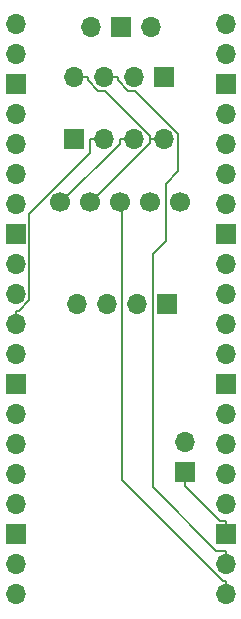
<source format=gbr>
%TF.GenerationSoftware,KiCad,Pcbnew,7.0.11-7.0.11~ubuntu22.04.1*%
%TF.CreationDate,2024-11-24T08:43:31+00:00*%
%TF.ProjectId,PicoController,5069636f-436f-46e7-9472-6f6c6c65722e,rev?*%
%TF.SameCoordinates,Original*%
%TF.FileFunction,Copper,L2,Bot*%
%TF.FilePolarity,Positive*%
%FSLAX46Y46*%
G04 Gerber Fmt 4.6, Leading zero omitted, Abs format (unit mm)*
G04 Created by KiCad (PCBNEW 7.0.11-7.0.11~ubuntu22.04.1) date 2024-11-24 08:43:31*
%MOMM*%
%LPD*%
G01*
G04 APERTURE LIST*
%TA.AperFunction,ComponentPad*%
%ADD10O,1.700000X1.700000*%
%TD*%
%TA.AperFunction,ComponentPad*%
%ADD11R,1.700000X1.700000*%
%TD*%
%TA.AperFunction,ComponentPad*%
%ADD12C,1.700000*%
%TD*%
%TA.AperFunction,Conductor*%
%ADD13C,0.200000*%
%TD*%
G04 APERTURE END LIST*
D10*
%TO.P,Pico1,1,GPIO0*%
%TO.N,Net-(Pico1-GPIO0)*%
X147878800Y-115316000D03*
%TO.P,Pico1,2,GPIO1*%
%TO.N,Net-(JOUT1-Pin_3)*%
X147878800Y-112776000D03*
D11*
%TO.P,Pico1,3,GND*%
%TO.N,Net-(SW1-Pin_1)*%
X147878800Y-110236000D03*
D10*
%TO.P,Pico1,4,GPIO2*%
%TO.N,Net-(Pico1-GPIO2)*%
X147878800Y-107696000D03*
%TO.P,Pico1,5,GPIO3*%
%TO.N,unconnected-(Pico1-GPIO3-Pad5)*%
X147878800Y-105156000D03*
%TO.P,Pico1,6,GPIO4*%
%TO.N,unconnected-(Pico1-GPIO4-Pad6)*%
X147878800Y-102616000D03*
%TO.P,Pico1,7,GPIO5*%
%TO.N,unconnected-(Pico1-GPIO5-Pad7)*%
X147878800Y-100076000D03*
D11*
%TO.P,Pico1,8,GND*%
%TO.N,unconnected-(Pico1-GND-Pad8)*%
X147878800Y-97536000D03*
D10*
%TO.P,Pico1,9,GPIO6*%
%TO.N,unconnected-(Pico1-GPIO6-Pad9)*%
X147878800Y-94996000D03*
%TO.P,Pico1,10,GPIO7*%
%TO.N,unconnected-(Pico1-GPIO7-Pad10)*%
X147878800Y-92456000D03*
%TO.P,Pico1,11,GPIO8*%
%TO.N,unconnected-(Pico1-GPIO8-Pad11)*%
X147878800Y-89916000D03*
%TO.P,Pico1,12,GPIO9*%
%TO.N,unconnected-(Pico1-GPIO9-Pad12)*%
X147878800Y-87376000D03*
D11*
%TO.P,Pico1,13,GND*%
%TO.N,unconnected-(Pico1-GND-Pad13)*%
X147878800Y-84836000D03*
D10*
%TO.P,Pico1,14,GPIO10*%
%TO.N,unconnected-(Pico1-GPIO10-Pad14)*%
X147878800Y-82296000D03*
%TO.P,Pico1,15,GPIO11*%
%TO.N,unconnected-(Pico1-GPIO11-Pad15)*%
X147878800Y-79756000D03*
%TO.P,Pico1,16,GPIO12*%
%TO.N,unconnected-(Pico1-GPIO12-Pad16)*%
X147878800Y-77216000D03*
%TO.P,Pico1,17,GPIO13*%
%TO.N,unconnected-(Pico1-GPIO13-Pad17)*%
X147878800Y-74676000D03*
D11*
%TO.P,Pico1,18,GND*%
%TO.N,unconnected-(Pico1-GND-Pad18)*%
X147878800Y-72136000D03*
D10*
%TO.P,Pico1,19,GPIO14*%
%TO.N,unconnected-(Pico1-GPIO14-Pad19)*%
X147878800Y-69596000D03*
%TO.P,Pico1,20,GPIO15*%
%TO.N,unconnected-(Pico1-GPIO15-Pad20)*%
X147878800Y-67056000D03*
%TO.P,Pico1,21,GPIO16*%
%TO.N,unconnected-(Pico1-GPIO16-Pad21)*%
X130098800Y-67056000D03*
%TO.P,Pico1,22,GPIO17*%
%TO.N,unconnected-(Pico1-GPIO17-Pad22)*%
X130098800Y-69596000D03*
D11*
%TO.P,Pico1,23,GND*%
%TO.N,unconnected-(Pico1-GND-Pad23)*%
X130098800Y-72136000D03*
D10*
%TO.P,Pico1,24,GPIO18*%
%TO.N,unconnected-(Pico1-GPIO18-Pad24)*%
X130098800Y-74676000D03*
%TO.P,Pico1,25,GPIO19*%
%TO.N,unconnected-(Pico1-GPIO19-Pad25)*%
X130098800Y-77216000D03*
%TO.P,Pico1,26,GPIO20*%
%TO.N,unconnected-(Pico1-GPIO20-Pad26)*%
X130098800Y-79756000D03*
%TO.P,Pico1,27,GPIO21*%
%TO.N,unconnected-(Pico1-GPIO21-Pad27)*%
X130098800Y-82296000D03*
D11*
%TO.P,Pico1,28,GND*%
%TO.N,unconnected-(Pico1-GND-Pad28)*%
X130098800Y-84836000D03*
D10*
%TO.P,Pico1,29,GPIO22*%
%TO.N,unconnected-(Pico1-GPIO22-Pad29)*%
X130098800Y-87376000D03*
%TO.P,Pico1,30,RUN*%
%TO.N,unconnected-(Pico1-RUN-Pad30)*%
X130098800Y-89916000D03*
%TO.P,Pico1,31,GPIO26_ADC0*%
%TO.N,Net-(JOY1-Pin_2)*%
X130098800Y-92456000D03*
%TO.P,Pico1,32,GPIO27_ADC1*%
%TO.N,Net-(JOY1-Pin_1)*%
X130098800Y-94996000D03*
D11*
%TO.P,Pico1,33,AGND*%
%TO.N,unconnected-(Pico1-AGND-Pad33)*%
X130098800Y-97536000D03*
D10*
%TO.P,Pico1,34,GPIO28_ADC2*%
%TO.N,unconnected-(Pico1-GPIO28_ADC2-Pad34)*%
X130098800Y-100076000D03*
%TO.P,Pico1,35,ADC_VREF*%
%TO.N,unconnected-(Pico1-ADC_VREF-Pad35)*%
X130098800Y-102616000D03*
%TO.P,Pico1,36,3V3*%
%TO.N,unconnected-(Pico1-3V3-Pad36)*%
X130098800Y-105156000D03*
%TO.P,Pico1,37,3V3_EN*%
%TO.N,unconnected-(Pico1-3V3_EN-Pad37)*%
X130098800Y-107696000D03*
D11*
%TO.P,Pico1,38,GND*%
%TO.N,unconnected-(Pico1-GND-Pad38)*%
X130098800Y-110236000D03*
D10*
%TO.P,Pico1,39,VSYS*%
%TO.N,+5V*%
X130098800Y-112776000D03*
%TO.P,Pico1,40,VBUS*%
%TO.N,unconnected-(Pico1-VBUS-Pad40)*%
X130098800Y-115316000D03*
%TO.P,Pico1,41,SWCLK*%
%TO.N,unconnected-(Pico1-SWCLK-Pad41)*%
X141528800Y-67286000D03*
D11*
%TO.P,Pico1,42,GND*%
%TO.N,unconnected-(Pico1-GND-Pad42)*%
X138988800Y-67286000D03*
D10*
%TO.P,Pico1,43,SWDIO*%
%TO.N,unconnected-(Pico1-SWDIO-Pad43)*%
X136448800Y-67286000D03*
%TD*%
D11*
%TO.P,SW1,1,Pin_1*%
%TO.N,Net-(SW1-Pin_1)*%
X144424400Y-105008600D03*
D10*
%TO.P,SW1,2,Pin_2*%
%TO.N,Net-(Pico1-GPIO2)*%
X144424400Y-102468600D03*
%TD*%
D11*
%TO.P,JOY1,1,Pin_1*%
%TO.N,Net-(JOY1-Pin_1)*%
X135026400Y-76809600D03*
D10*
%TO.P,JOY1,2,Pin_2*%
%TO.N,Net-(JOY1-Pin_2)*%
X137566400Y-76809600D03*
%TO.P,JOY1,3,Pin_3*%
%TO.N,+3V3*%
X140106400Y-76809600D03*
%TO.P,JOY1,4,Pin_4*%
%TO.N,GND*%
X142646400Y-76809600D03*
%TD*%
D12*
%TO.P,RCWL-1,1,CDS*%
%TO.N,unconnected-(RCWL-1-CDS-Pad1)*%
X143993100Y-82150300D03*
%TO.P,RCWL-1,2,VCC*%
%TO.N,+5V*%
X141453100Y-82150300D03*
%TO.P,RCWL-1,3,OUT*%
%TO.N,Net-(Pico1-GPIO0)*%
X138913100Y-82150300D03*
%TO.P,RCWL-1,4,GND*%
%TO.N,GND*%
X136373100Y-82150300D03*
%TO.P,RCWL-1,5,3V3_OUT*%
%TO.N,+3V3*%
X133833100Y-82150300D03*
%TD*%
D11*
%TO.P,JOUT1,1,Pin_1*%
%TO.N,+5V*%
X142646400Y-71526400D03*
D10*
%TO.P,JOUT1,2,Pin_2*%
%TO.N,Net-(JIN1-Pin_2)*%
X140106400Y-71526400D03*
%TO.P,JOUT1,3,Pin_3*%
%TO.N,Net-(JOUT1-Pin_3)*%
X137566400Y-71526400D03*
%TO.P,JOUT1,4,Pin_4*%
%TO.N,GND*%
X135026400Y-71526400D03*
%TD*%
D11*
%TO.P,JIN1,1,Pin_1*%
%TO.N,+5V*%
X142900400Y-90728800D03*
D10*
%TO.P,JIN1,2,Pin_2*%
%TO.N,Net-(JIN1-Pin_2)*%
X140360400Y-90728800D03*
%TO.P,JIN1,3,Pin_3*%
%TO.N,unconnected-(JIN1-Pin_3-Pad3)*%
X137820400Y-90728800D03*
%TO.P,JIN1,4,Pin_4*%
%TO.N,GND*%
X135280400Y-90728800D03*
%TD*%
D13*
%TO.N,GND*%
X136178000Y-71814500D02*
X137042000Y-72678300D01*
X135026400Y-71526400D02*
X136178000Y-71526400D01*
X136494000Y-82150300D02*
X141494000Y-77150000D01*
X136373100Y-82150300D02*
X136494000Y-82150300D01*
X141494000Y-76541100D02*
X141494000Y-76809600D01*
X137632000Y-72678300D02*
X141494000Y-76541100D01*
X142646000Y-76809600D02*
X141494000Y-76809600D01*
X136373000Y-82150300D02*
X136373100Y-82150300D01*
X135026000Y-71526400D02*
X135026400Y-71526400D01*
X137042000Y-72678300D02*
X137632000Y-72678300D01*
X142646000Y-76809600D02*
X142646400Y-76809600D01*
X141494000Y-77150000D02*
X141494000Y-76809600D01*
X136178000Y-71526400D02*
X136178000Y-71814500D01*
%TO.N,Net-(JOUT1-Pin_3)*%
X147879000Y-112200000D02*
X147878800Y-112200200D01*
X143843000Y-76372300D02*
X140149000Y-72678300D01*
X143843000Y-79486600D02*
X143843000Y-76372300D01*
X137566400Y-71526400D02*
X137566000Y-71526400D01*
X142783000Y-80546500D02*
X143843000Y-79486600D01*
X141690000Y-86486400D02*
X142783000Y-85393600D01*
X142783000Y-85393600D02*
X142783000Y-80546500D01*
X138718000Y-71814500D02*
X138718000Y-71526400D01*
X147879000Y-111624000D02*
X147064000Y-111624000D01*
X147879000Y-112200000D02*
X147879000Y-111624000D01*
X138718000Y-71526400D02*
X137566400Y-71526400D01*
X140149000Y-72678300D02*
X139582000Y-72678300D01*
X139582000Y-72678300D02*
X138718000Y-71814500D01*
X147879000Y-112776000D02*
X147879000Y-112200000D01*
X147064000Y-111624000D02*
X141690000Y-106250000D01*
X141690000Y-106250000D02*
X141690000Y-86486400D01*
X147878800Y-112200200D02*
X147878800Y-112776000D01*
%TO.N,+3V3*%
X138954000Y-77157900D02*
X133962000Y-82150300D01*
X138954000Y-76809600D02*
X138954000Y-77157900D01*
X133962000Y-82150300D02*
X133833100Y-82150300D01*
X140106000Y-76809600D02*
X138954000Y-76809600D01*
X133833100Y-82150300D02*
X133833000Y-82150300D01*
X140106000Y-76809600D02*
X140106400Y-76809600D01*
%TO.N,Net-(JOY1-Pin_2)*%
X130099000Y-91880000D02*
X130099000Y-92456000D01*
X137566000Y-76809600D02*
X137566400Y-76809600D01*
X130099000Y-91304100D02*
X130099000Y-91880000D01*
X130387000Y-91304100D02*
X130099000Y-91304100D01*
X130099000Y-91880000D02*
X130098800Y-91880200D01*
X131251000Y-83090500D02*
X131251000Y-90440300D01*
X130098800Y-91880200D02*
X130098800Y-92456000D01*
X136414000Y-76809600D02*
X136414000Y-77926700D01*
X137566000Y-76809600D02*
X136414000Y-76809600D01*
X136414000Y-77926700D02*
X131251000Y-83090500D01*
X131251000Y-90440300D02*
X130387000Y-91304100D01*
%TO.N,Net-(Pico1-GPIO0)*%
X147878800Y-115316000D02*
X147879000Y-115316000D01*
X147610000Y-114164000D02*
X139090000Y-105644000D01*
X147879000Y-114164000D02*
X147610000Y-114164000D01*
X138913100Y-82150300D02*
X138913000Y-82150300D01*
X139090000Y-82327600D02*
X138913000Y-82150300D01*
X139090000Y-105644000D02*
X139090000Y-82327600D01*
X147879000Y-115316000D02*
X147879000Y-114164000D01*
%TO.N,Net-(SW1-Pin_1)*%
X147879000Y-109660000D02*
X147879000Y-110236000D01*
X147879000Y-109660000D02*
X147878800Y-109660200D01*
X144424000Y-105009000D02*
X144424000Y-106160000D01*
X147879000Y-109084000D02*
X147879000Y-109660000D01*
X144424000Y-106160000D02*
X147348000Y-109084000D01*
X147348000Y-109084000D02*
X147879000Y-109084000D01*
X144424400Y-105008600D02*
X144424000Y-105009000D01*
X147878800Y-109660200D02*
X147878800Y-110236000D01*
%TD*%
M02*

</source>
